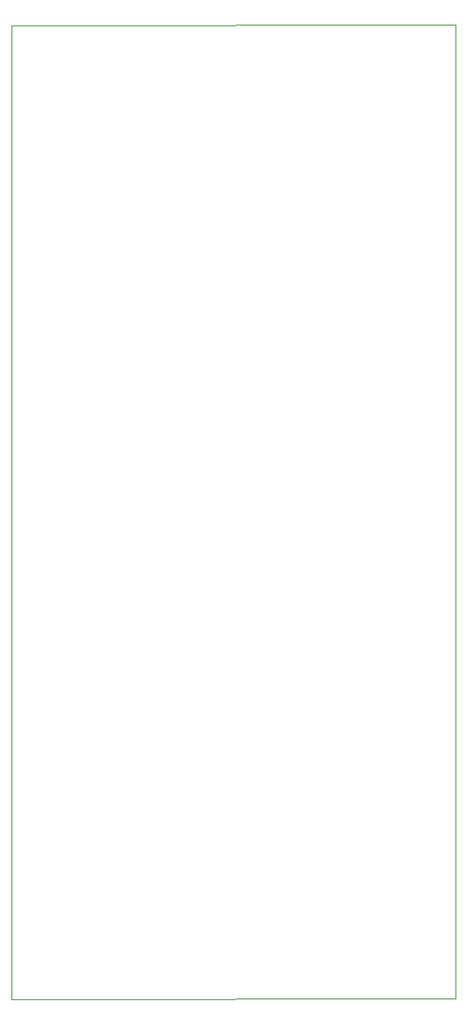
<source format=gbr>
%TF.GenerationSoftware,KiCad,Pcbnew,7.0.11+dfsg-1build4*%
%TF.CreationDate,2024-05-16T01:15:23+10:00*%
%TF.ProjectId,NoBootLoadFlasher,4e6f426f-6f74-44c6-9f61-64466c617368,rev?*%
%TF.SameCoordinates,Original*%
%TF.FileFunction,Profile,NP*%
%FSLAX46Y46*%
G04 Gerber Fmt 4.6, Leading zero omitted, Abs format (unit mm)*
G04 Created by KiCad (PCBNEW 7.0.11+dfsg-1build4) date 2024-05-16 01:15:23*
%MOMM*%
%LPD*%
G01*
G04 APERTURE LIST*
%TA.AperFunction,Profile*%
%ADD10C,0.050000*%
%TD*%
G04 APERTURE END LIST*
D10*
X68326000Y-72009000D02*
X114173000Y-71882000D01*
X68326000Y-172339000D02*
X114173000Y-172212000D01*
X68326000Y-72009000D02*
X68326000Y-172339000D01*
X114173000Y-71882000D02*
X114173000Y-172212000D01*
M02*

</source>
